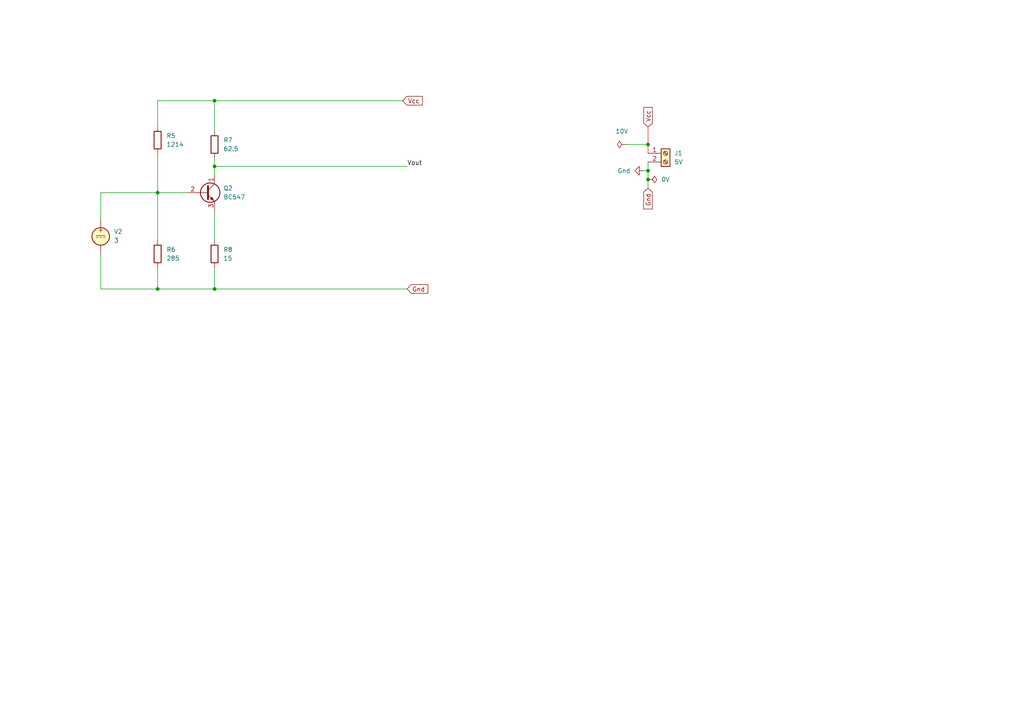
<source format=kicad_sch>
(kicad_sch (version 20250114) (generator "eeschema") (generator_version "9.0")
  (paper "A4")
  (lib_symbols
    (symbol "Connector:Screw_Terminal_01x02" (pin_names (offset 1.016) (hide yes))
      (property "Reference" "J" (at 0 2.54 0))
      (property "Value" "Screw_Terminal_01x02" (at 0 -5.08 0))
      (symbol "Screw_Terminal_01x02_1_1"
        (rectangle (start -1.27 1.27) (end 1.27 -3.81) (stroke (width 0.254)) (fill (type background)))
        (polyline (pts (xy -0.5334 0.3302) (xy 0.3302 -0.508)) (stroke (width 0.1524)))
        (polyline (pts (xy -0.5334 -2.2098) (xy 0.3302 -3.048)) (stroke (width 0.1524)))
        (polyline (pts (xy -0.3556 0.508) (xy 0.508 -0.3302)) (stroke (width 0.1524)))
        (polyline (pts (xy -0.3556 -2.032) (xy 0.508 -2.8702)) (stroke (width 0.1524)))
        (circle (center 0 0) (radius 0.635) (stroke (width 0.1524)))
        (circle (center 0 -2.54) (radius 0.635) (stroke (width 0.1524)))
        (pin passive line (at -5.08 0 0) (length 3.81) (name "Pin_1") (number "1"))
        (pin passive line (at -5.08 -2.54 0) (length 3.81) (name "Pin_2") (number "2"))
      )
    )
    (symbol "Device:R" (pin_numbers (hide yes)) (pin_names (offset 0))
      (property "Reference" "R" (at 2.032 0 90))
      (property "Value" "R" (at 0 0 90))
      (symbol "R_0_1"
        (rectangle (start -1.016 -2.54) (end 1.016 2.54) (stroke (width 0.254)))
      )
      (symbol "R_1_1"
        (pin passive line (at 0 3.81 270) (length 1.27) (name "~") (number "1"))
        (pin passive line (at 0 -3.81 90) (length 1.27) (name "~") (number "2"))
      )
    )
    (symbol "Simulation_SPICE:VDC" (pin_numbers (hide yes)) (pin_names (offset 0.0254))
      (property "Reference" "V" (at 2.54 2.54 0))
      (property "Value" "1" (at 2.54 0 0))
      (symbol "VDC_0_0"
        (polyline (pts (xy -1.27 0.254) (xy 1.27 0.254)))
        (polyline (pts (xy -0.762 -0.254) (xy -1.27 -0.254)))
        (polyline (pts (xy 0.254 -0.254) (xy -0.254 -0.254)))
        (polyline (pts (xy 1.27 -0.254) (xy 0.762 -0.254)))
        (text "+" (at 0 1.905 0) (effects (font (size 1.27 1.27))))
      )
      (symbol "VDC_0_1"
        (circle (center 0 0) (radius 2.54) (stroke (width 0.254)) (fill (type background)))
      )
      (symbol "VDC_1_1"
        (pin passive line (at 0 5.08 270) (length 2.54) (name "~") (number "1"))
        (pin passive line (at 0 -5.08 90) (length 2.54) (name "~") (number "2"))
      )
    )
    (symbol "Transistor_BJT:BC547" (pin_names (offset 0) (hide yes))
      (property "Reference" "Q" (at 5.08 1.905 0))
      (property "Value" "BC547" (at 5.08 0 0))
      (symbol "BC547_0_1"
        (polyline (pts (xy -2.54 0) (xy 0.635 0)))
        (polyline (pts (xy 0.635 1.905) (xy 0.635 -1.905)) (stroke (width 0.508)))
        (circle (center 1.27 0) (radius 2.8194) (stroke (width 0.254)))
      )
      (symbol "BC547_1_1"
        (polyline (pts (xy 0.635 0.635) (xy 2.54 2.54)))
        (polyline (pts (xy 0.635 -0.635) (xy 2.54 -2.54)))
        (polyline (pts (xy 1.27 -1.778) (xy 1.778 -1.27) (xy 2.286 -2.286) (xy 1.27 -1.778)) (fill (type outline)))
        (pin input line (at -5.08 0 0) (length 2.54) (name "B") (number "2"))
        (pin passive line (at 2.54 5.08 270) (length 2.54) (name "C") (number "1"))
        (pin passive line (at 2.54 -5.08 90) (length 2.54) (name "E") (number "3"))
      )
    )
    (symbol "power:GND" (power) (pin_numbers (hide yes)) (pin_names (offset 0) (hide yes))
      (property "Value" "GND" (at 0 -3.81 0))
      (symbol "GND_0_1"
        (polyline (pts (xy 0 0) (xy 0 -1.27) (xy 1.27 -1.27) (xy 0 -2.54) (xy -1.27 -1.27) (xy 0 -1.27)))
      )
      (symbol "GND_1_1"
        (pin power_in line (at 0 0 270) (length 0) (name "~") (number "1"))
      )
    )
    (symbol "power:PWR_FLAG" (power) (pin_numbers (hide yes)) (pin_names (offset 0) (hide yes))
      (property "Value" "PWR_FLAG" (at 0 3.81 0))
      (symbol "PWR_FLAG_0_0"
        (pin power_out line (at 0 0 90) (length 0) (name "~") (number "1"))
      )
      (symbol "PWR_FLAG_0_1"
        (polyline (pts (xy 0 0) (xy 0 1.27) (xy -1.016 1.905) (xy 0 2.54) (xy 1.016 1.905) (xy 0 1.27)))
      )
    )
  )
  (junction (at 62.23 83.82))
  (junction (at 45.72 83.82))
  (junction (at 62.23 29.21))
  (junction (at 187.96 52.07))
  (junction (at 45.72 55.88))
  (junction (at 62.23 48.26))
  (junction (at 187.96 41.91))
  (junction (at 187.96 49.53))
  (wire (pts (xy 187.96 46.99) (xy 187.96 49.53)))
  (wire (pts (xy 45.72 83.82) (xy 62.23 83.82)))
  (wire (pts (xy 187.96 44.45) (xy 187.96 41.91)) (stroke (width 0) (color 255 0 0 1)))
  (wire (pts (xy 62.23 29.21) (xy 116.84 29.21)))
  (wire (pts (xy 62.23 29.21) (xy 62.23 38.1)))
  (wire (pts (xy 62.23 29.21) (xy 45.72 29.21)))
  (wire (pts (xy 45.72 77.47) (xy 45.72 83.82)))
  (wire (pts (xy 62.23 83.82) (xy 118.11 83.82)))
  (wire (pts (xy 187.96 49.53) (xy 187.96 52.07)))
  (wire (pts (xy 62.23 60.96) (xy 62.23 69.85)))
  (wire (pts (xy 29.21 55.88) (xy 45.72 55.88)))
  (wire (pts (xy 29.21 73.66) (xy 29.21 83.82)))
  (wire (pts (xy 45.72 55.88) (xy 54.61 55.88)))
  (wire (pts (xy 45.72 44.45) (xy 45.72 55.88)))
  (wire (pts (xy 62.23 48.26) (xy 118.11 48.26)))
  (wire (pts (xy 186.69 49.53) (xy 187.96 49.53)))
  (wire (pts (xy 62.23 45.72) (xy 62.23 48.26)))
  (wire (pts (xy 45.72 29.21) (xy 45.72 36.83)))
  (wire (pts (xy 29.21 83.82) (xy 45.72 83.82)))
  (wire (pts (xy 62.23 48.26) (xy 62.23 50.8)))
  (wire (pts (xy 187.96 52.07) (xy 187.96 54.61)))
  (wire (pts (xy 29.21 63.5) (xy 29.21 55.88)))
  (wire (pts (xy 62.23 83.82) (xy 62.23 77.47)))
  (wire (pts (xy 45.72 55.88) (xy 45.72 69.85)))
  (wire (pts (xy 187.96 36.83) (xy 187.96 41.91)) (stroke (width 0) (color 255 0 0 1)))
  (wire (pts (xy 181.61 41.91) (xy 187.96 41.91)))
  (label "Vout" (at 118.11 48.26 0))
  (global_label "Gnd" (shape input) (at 187.96 54.61 270) (property "Intersheetrefs" "${INTERSHEET_REFS}" (effects (hide yes))))
  (global_label "Vcc" (shape input) (at 116.84 29.21 0) (property "Intersheetrefs" "${INTERSHEET_REFS}" (effects (hide yes))))
  (global_label "Gnd" (shape input) (at 118.11 83.82 0) (property "Intersheetrefs" "${INTERSHEET_REFS}" (effects (hide yes))))
  (global_label "Vcc" (shape input) (at 187.96 36.83 90) (property "Intersheetrefs" "${INTERSHEET_REFS}" (effects (hide yes))))
  (symbol (lib_id "Connector:Screw_Terminal_01x02") (at 193.04 44.45 0) (unit 1)
    (property "Reference" "J1" (at 195.58 44.4499 0) (effects (justify left)))
    (property "Value" "5V" (at 195.58 46.9899 0) (effects (justify left)))
    (property "Footprint" "TerminalBlock:TerminalBlock_Xinya_XY308-2.54-2P_1x02_P2.54mm_Horizontal" (effects (hide yes)))
    (property "Description" "Generic screw terminal, single row, 01x02, script generated (kicad-library-utils/schlib/autogen/connector/)" (effects (hide yes)))
    (property "Sim.Device" "V" (effects (hide yes)))
    (property "Sim.Type" "DC" (effects (hide yes)))
    (property "Sim.Pins" "1=+ 2=-" (effects (hide yes)))
  )
  (symbol (lib_id "Device:R") (at 45.72 73.66 0) (unit 1)
    (property "Reference" "R6" (at 48.26 72.3899 0) (effects (justify left)))
    (property "Value" "285" (at 48.26 74.9299 0) (effects (justify left)))
    (property "Description" "Resistor" (effects (hide yes)))
  )
  (symbol (lib_id "power:PWR_FLAG") (at 187.96 52.07 270) (unit 1)
    (property "Reference" "#FLG02" (effects (hide yes)))
    (property "Value" "0V" (at 191.77 52.0699 90) (effects (justify left)))
    (property "Description" "Special symbol for telling ERC where power comes from" (effects (hide yes)))
  )
  (symbol (lib_id "Transistor_BJT:BC547") (at 59.69 55.88 0) (unit 1)
    (property "Reference" "Q2" (at 64.77 54.6099 0) (effects (justify left)))
    (property "Value" "BC547" (at 64.77 57.1499 0) (effects (justify left)))
    (property "Footprint" "Package_TO_SOT_THT:TO-92_Inline" (effects (hide yes)))
    (property "Datasheet" "https://www.onsemi.com/pub/Collateral/BC550-D.pdf" (effects (hide yes)))
    (property "Description" "0.1A Ic, 45V Vce, Small Signal NPN Transistor, TO-92" (effects (hide yes)))
    (property "Sim.Library" "/home/kjetil/kicad/bc547c/bc547c_spice.lib" (effects (hide yes)))
    (property "Sim.Name" "BC547C" (effects (hide yes)))
    (property "Sim.Device" "SUBCKT" (effects (hide yes)))
    (property "Sim.Pins" "1=C 2=B 3=E" (effects (hide yes)))
  )
  (symbol (lib_id "Device:R") (at 45.72 40.64 0) (unit 1)
    (property "Reference" "R5" (at 48.26 39.3699 0) (effects (justify left)))
    (property "Value" "1214" (at 48.26 41.9099 0) (effects (justify left)))
    (property "Description" "Resistor" (effects (hide yes)))
  )
  (symbol (lib_id "power:PWR_FLAG") (at 181.61 41.91 90) (unit 1)
    (property "Reference" "#FLG01" (effects (hide yes)))
    (property "Value" "10V" (at 180.34 38.1 90))
    (property "Description" "Special symbol for telling ERC where power comes from" (effects (hide yes)))
  )
  (symbol (lib_id "Device:R") (at 62.23 73.66 0) (unit 1)
    (property "Reference" "R8" (at 64.77 72.3899 0) (effects (justify left)))
    (property "Value" "15" (at 64.77 74.9299 0) (effects (justify left)))
    (property "Description" "Resistor" (effects (hide yes)))
  )
  (symbol (lib_id "Simulation_SPICE:VDC") (at 29.21 68.58 0) (unit 1)
    (property "Reference" "V2" (at 33.02 67.1801 0) (effects (justify left)))
    (property "Value" "3" (at 33.02 69.7201 0) (effects (justify left)))
    (property "Datasheet" "https://ngspice.sourceforge.io/docs/ngspice-html-manual/manual.xhtml#sec_Independent_Sources_for" (effects (hide yes)))
    (property "Description" "Voltage source, DC" (effects (hide yes)))
    (property "Sim.Pins" "1=+ 2=-" (effects (hide yes)))
    (property "Sim.Type" "DC" (effects (hide yes)))
    (property "Sim.Device" "V" (effects (hide yes)))
  )
  (symbol (lib_id "power:GND") (at 186.69 49.53 270) (unit 1)
    (property "Reference" "#PWR01" (effects (hide yes)))
    (property "Value" "Gnd" (at 182.88 49.5299 90) (effects (justify right)))
    (property "Description" "Power symbol creates a global label with name \"GND\" , ground" (effects (hide yes)))
  )
  (symbol (lib_id "Device:R") (at 62.23 41.91 0) (unit 1)
    (property "Reference" "R7" (at 64.77 40.6399 0) (effects (justify left)))
    (property "Value" "62.5" (at 64.77 43.1799 0) (effects (justify left)))
    (property "Description" "Resistor" (effects (hide yes)))
  )
)
</source>
